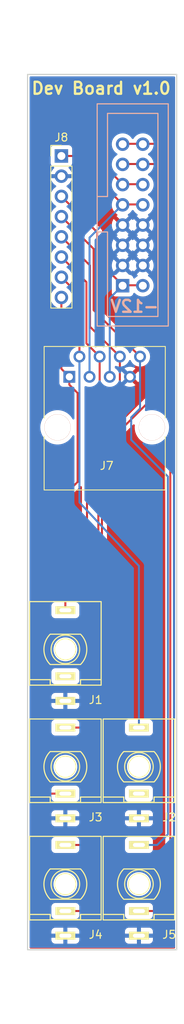
<source format=kicad_pcb>
(kicad_pcb (version 20221018) (generator pcbnew)
  (layers (0 "F.Cu" signal) (31 "B.Cu" signal) (34 "B.Paste" user) (35 "F.Paste" user) (36 "B.SilkS" user "B.Silkscreen") (37 "F.SilkS" user "F.Silkscreen") (38 "B.Mask" user) (39 "F.Mask" user) (44 "Edge.Cuts" user))
  (net 0 "")
  (net 1 "Jack1")
  (net 2 "Net-(J1-Pad2)")
  (net 3 "GND")
  (net 4 "Net-(J2-Pad2)")
  (net 5 "Jack2")
  (net 6 "Jack3")
  (net 7 "+5V")
  (net 8 "CV")
  (net 9 "Jack4")
  (net 10 "Jack5")
  (net 11 "Gate")
  (net 12 "-12V")
  (net 13 "+12V")
  (footprint "PlayDice:THONKICONN_hole" (layer "F.Cu") (at 64.75 146.25)
    (fp_text reference "J2" (at 3.81 6.35) (layer "F.SilkS"))
    (fp_text value "AudioJack2_Ground_Switch" hide)
    (fp_line (start -4.5 -6) (end -4.5 4.5) (stroke (width 0.15)) (layer "F.SilkS"))
    (fp_line (start -4.5 -6) (end 4.5 -6) (stroke (width 0.15)) (layer "F.SilkS"))
    (fp_line (start -4.5 4.5) (end 4.5 4.5) (stroke (width 0.15)) (layer "F.SilkS"))
    (fp_line (start -4.445 3.81) (end -1.905 3.81) (stroke (width 0.15)) (layer "F.SilkS"))
    (fp_line (start -1.905 -1.905) (end 1.905 -1.905) (stroke (width 0.15)) (layer "F.SilkS"))
    (fp_line (start -1.905 3.81) (end -1.905 4.445) (stroke (width 0.15)) (layer "F.SilkS"))
    (fp_line (start -1.905 4.445) (end 1.905 4.445) (stroke (width 0.15)) (layer "F.SilkS"))
    (fp_line (start 1.905 1.905) (end -1.905 1.905) (stroke (width 0.15)) (layer "F.SilkS"))
    (fp_line (start 1.905 3.81) (end 4.445 3.81) (stroke (width 0.15)) (layer "F.SilkS"))
    (fp_line (start 1.905 4.445) (end 1.905 3.81) (stroke (width 0.15)) (layer "F.SilkS"))
    (fp_line (start 4.5 -6) (end 4.5 4.5) (stroke (width 0.15)) (layer "F.SilkS"))
    (fp_arc (start -1.905 1.905) (mid -2.694077 0) (end -1.905 -1.905) (stroke (width 0.15)) (layer "F.SilkS"))
    (fp_arc (start 1.905 -1.905) (mid 2.694077 0) (end 1.905 1.905) (stroke (width 0.15)) (layer "F.SilkS"))
    (fp_circle (center 0 0) (end 1.27 1.27) (stroke (width 0.15)) (fill none) (layer "F.SilkS"))
    (fp_circle (center 0 0) (end 1.3 0) (stroke (width 0.15)) (fill none) (layer "F.SilkS"))
    (pad "" np_thru_hole circle (at 0 0) (size 2.5 2.5) (drill 2.5) (layers "*.Cu" "*.Mask"))
    (pad "1" thru_hole rect (at 0 6.48) (size 2.5 1) (drill oval 1.5 0.5) (layers "*.Cu" "*.Mask" "F.SilkS") (net 3 "GND"))
    (pad "2" thru_hole rect (at 0 3.38) (size 2.5 1) (drill oval 1.5 0.5) (layers "*.Cu" "*.Mask" "F.SilkS") (net 4 "Net-(J2-Pad2)"))
    (pad "3" thru_hole rect (at 0 -4.92) (size 2.5 1) (drill oval 1.5 0.5) (layers "*.Cu" "*.Mask" "F.SilkS") (net 5 "Jack2"))
  )
  (footprint "PlayDice:THONKICONN_hole" (layer "F.Cu") (at 55.5 146.25)
    (fp_text reference "J3" (at 3.81 6.35) (layer "F.SilkS"))
    (fp_text value "AudioJack2_Ground_Switch" hide)
    (fp_line (start -4.5 -6) (end -4.5 4.5) (stroke (width 0.15)) (layer "F.SilkS"))
    (fp_line (start -4.5 -6) (end 4.5 -6) (stroke (width 0.15)) (layer "F.SilkS"))
    (fp_line (start -4.5 4.5) (end 4.5 4.5) (stroke (width 0.15)) (layer "F.SilkS"))
    (fp_line (start -4.445 3.81) (end -1.905 3.81) (stroke (width 0.15)) (layer "F.SilkS"))
    (fp_line (start -1.905 -1.905) (end 1.905 -1.905) (stroke (width 0.15)) (layer "F.SilkS"))
    (fp_line (start -1.905 3.81) (end -1.905 4.445) (stroke (width 0.15)) (layer "F.SilkS"))
    (fp_line (start -1.905 4.445) (end 1.905 4.445) (stroke (width 0.15)) (layer "F.SilkS"))
    (fp_line (start 1.905 1.905) (end -1.905 1.905) (stroke (width 0.15)) (layer "F.SilkS"))
    (fp_line (start 1.905 3.81) (end 4.445 3.81) (stroke (width 0.15)) (layer "F.SilkS"))
    (fp_line (start 1.905 4.445) (end 1.905 3.81) (stroke (width 0.15)) (layer "F.SilkS"))
    (fp_line (start 4.5 -6) (end 4.5 4.5) (stroke (width 0.15)) (layer "F.SilkS"))
    (fp_arc (start -1.905 1.905) (mid -2.694077 0) (end -1.905 -1.905) (stroke (width 0.15)) (layer "F.SilkS"))
    (fp_arc (start 1.905 -1.905) (mid 2.694077 0) (end 1.905 1.905) (stroke (width 0.15)) (layer "F.SilkS"))
    (fp_circle (center 0 0) (end 1.27 1.27) (stroke (width 0.15)) (fill none) (layer "F.SilkS"))
    (fp_circle (center 0 0) (end 1.3 0) (stroke (width 0.15)) (fill none) (layer "F.SilkS"))
    (pad "" np_thru_hole circle (at 0 0) (size 2.5 2.5) (drill 2.5) (layers "*.Cu" "*.Mask"))
    (pad "1" thru_hole rect (at 0 6.48) (size 2.5 1) (drill oval 1.5 0.5) (layers "*.Cu" "*.Mask" "F.SilkS") (net 3 "GND"))
    (pad "2" thru_hole rect (at 0 3.38) (size 2.5 1) (drill oval 1.5 0.5) (layers "*.Cu" "*.Mask" "F.SilkS") (net 7 "+5V"))
    (pad "3" thru_hole rect (at 0 -4.92) (size 2.5 1) (drill oval 1.5 0.5) (layers "*.Cu" "*.Mask" "F.SilkS") (net 6 "Jack3"))
  )
  (footprint "PlayDice:THONKICONN_hole" (layer "F.Cu") (at 55.5 161)
    (fp_text reference "J4" (at 3.81 6.35) (layer "F.SilkS"))
    (fp_text value "AudioJack2_Ground_Switch" hide)
    (fp_line (start -4.5 -6) (end -4.5 4.5) (stroke (width 0.15)) (layer "F.SilkS"))
    (fp_line (start -4.5 -6) (end 4.5 -6) (stroke (width 0.15)) (layer "F.SilkS"))
    (fp_line (start -4.5 4.5) (end 4.5 4.5) (stroke (width 0.15)) (layer "F.SilkS"))
    (fp_line (start -4.445 3.81) (end -1.905 3.81) (stroke (width 0.15)) (layer "F.SilkS"))
    (fp_line (start -1.905 -1.905) (end 1.905 -1.905) (stroke (width 0.15)) (layer "F.SilkS"))
    (fp_line (start -1.905 3.81) (end -1.905 4.445) (stroke (width 0.15)) (layer "F.SilkS"))
    (fp_line (start -1.905 4.445) (end 1.905 4.445) (stroke (width 0.15)) (layer "F.SilkS"))
    (fp_line (start 1.905 1.905) (end -1.905 1.905) (stroke (width 0.15)) (layer "F.SilkS"))
    (fp_line (start 1.905 3.81) (end 4.445 3.81) (stroke (width 0.15)) (layer "F.SilkS"))
    (fp_line (start 1.905 4.445) (end 1.905 3.81) (stroke (width 0.15)) (layer "F.SilkS"))
    (fp_line (start 4.5 -6) (end 4.5 4.5) (stroke (width 0.15)) (layer "F.SilkS"))
    (fp_arc (start -1.905 1.905) (mid -2.694077 0) (end -1.905 -1.905) (stroke (width 0.15)) (layer "F.SilkS"))
    (fp_arc (start 1.905 -1.905) (mid 2.694077 0) (end 1.905 1.905) (stroke (width 0.15)) (layer "F.SilkS"))
    (fp_circle (center 0 0) (end 1.27 1.27) (stroke (width 0.15)) (fill none) (layer "F.SilkS"))
    (fp_circle (center 0 0) (end 1.3 0) (stroke (width 0.15)) (fill none) (layer "F.SilkS"))
    (pad "" np_thru_hole circle (at 0 0) (size 2.5 2.5) (drill 2.5) (layers "*.Cu" "*.Mask"))
    (pad "1" thru_hole rect (at 0 6.48) (size 2.5 1) (drill oval 1.5 0.5) (layers "*.Cu" "*.Mask" "F.SilkS") (net 3 "GND"))
    (pad "2" thru_hole rect (at 0 3.38) (size 2.5 1) (drill oval 1.5 0.5) (layers "*.Cu" "*.Mask" "F.SilkS") (net 8 "CV"))
    (pad "3" thru_hole rect (at 0 -4.92) (size 2.5 1) (drill oval 1.5 0.5) (layers "*.Cu" "*.Mask" "F.SilkS") (net 9 "Jack4"))
  )
  (footprint "PlayDice:THONKICONN_hole" (layer "F.Cu") (at 64.75 161)
    (fp_text reference "J5" (at 3.81 6.35) (layer "F.SilkS"))
    (fp_text value "AudioJack2_Ground_Switch" hide)
    (fp_line (start -4.5 -6) (end -4.5 4.5) (stroke (width 0.15)) (layer "F.SilkS"))
    (fp_line (start -4.5 -6) (end 4.5 -6) (stroke (width 0.15)) (layer "F.SilkS"))
    (fp_line (start -4.5 4.5) (end 4.5 4.5) (stroke (width 0.15)) (layer "F.SilkS"))
    (fp_line (start -4.445 3.81) (end -1.905 3.81) (stroke (width 0.15)) (layer "F.SilkS"))
    (fp_line (start -1.905 -1.905) (end 1.905 -1.905) (stroke (width 0.15)) (layer "F.SilkS"))
    (fp_line (start -1.905 3.81) (end -1.905 4.445) (stroke (width 0.15)) (layer "F.SilkS"))
    (fp_line (start -1.905 4.445) (end 1.905 4.445) (stroke (width 0.15)) (layer "F.SilkS"))
    (fp_line (start 1.905 1.905) (end -1.905 1.905) (stroke (width 0.15)) (layer "F.SilkS"))
    (fp_line (start 1.905 3.81) (end 4.445 3.81) (stroke (width 0.15)) (layer "F.SilkS"))
    (fp_line (start 1.905 4.445) (end 1.905 3.81) (stroke (width 0.15)) (layer "F.SilkS"))
    (fp_line (start 4.5 -6) (end 4.5 4.5) (stroke (width 0.15)) (layer "F.SilkS"))
    (fp_arc (start -1.905 1.905) (mid -2.694077 0) (end -1.905 -1.905) (stroke (width 0.15)) (layer "F.SilkS"))
    (fp_arc (start 1.905 -1.905) (mid 2.694077 0) (end 1.905 1.905) (stroke (width 0.15)) (layer "F.SilkS"))
    (fp_circle (center 0 0) (end 1.27 1.27) (stroke (width 0.15)) (fill none) (layer "F.SilkS"))
    (fp_circle (center 0 0) (end 1.3 0) (stroke (width 0.15)) (fill none) (layer "F.SilkS"))
    (pad "" np_thru_hole circle (at 0 0) (size 2.5 2.5) (drill 2.5) (layers "*.Cu" "*.Mask"))
    (pad "1" thru_hole rect (at 0 6.48) (size 2.5 1) (drill oval 1.5 0.5) (layers "*.Cu" "*.Mask" "F.SilkS") (net 3 "GND"))
    (pad "2" thru_hole rect (at 0 3.38) (size 2.5 1) (drill oval 1.5 0.5) (layers "*.Cu" "*.Mask" "F.SilkS") (net 11 "Gate"))
    (pad "3" thru_hole rect (at 0 -4.92) (size 2.5 1) (drill oval 1.5 0.5) (layers "*.Cu" "*.Mask" "F.SilkS") (net 10 "Jack5"))
  )
  (footprint "Connectors:RJ45_8" (layer "F.Cu") (at 56 97.25)
    (fp_text reference "J7" (at 4.7 11.18) (layer "F.SilkS"))
    (fp_text value "RJ45")
    (fp_line (start -3.17 -3.81) (end -3.17 5.19) (stroke (width 0.12)) (layer "F.SilkS"))
    (fp_line (start -3.17 7.51) (end -3.17 14.22) (stroke (width 0.12)) (layer "F.SilkS"))
    (fp_line (start -3.17 14.22) (end 12.07 14.22) (stroke (width 0.12)) (layer "F.SilkS"))
    (fp_line (start 12.06 7.52) (end 12.07 14.22) (stroke (width 0.12)) (layer "F.SilkS"))
    (fp_line (start 12.07 -3.81) (end -3.17 -3.81) (stroke (width 0.12)) (layer "F.SilkS"))
    (fp_line (start 12.07 -3.81) (end 12.06 5.18) (stroke (width 0.12)) (layer "F.SilkS"))
    (pad "" np_thru_hole circle (at -1.49 6.35) (size 3.3 3.3) (drill 3.25) (layers "*.Cu" "*.SilkS" "*.Mask"))
    (pad "" np_thru_hole circle (at 10.38 6.35) (size 3.3 3.3) (drill 3.25) (layers "*.Cu" "*.SilkS" "*.Mask"))
    (pad "1" thru_hole rect (at 0 0) (size 1.5 1.5) (drill 0.9) (layers "*.Cu" "*.Mask") (net 1 "Jack1"))
    (pad "2" thru_hole circle (at 1.27 -2.54) (size 1.5 1.5) (drill 0.9) (layers "*.Cu" "*.Mask") (net 5 "Jack2"))
    (pad "3" thru_hole circle (at 2.54 0) (size 1.5 1.5) (drill 0.9) (layers "*.Cu" "*.Mask") (net 13 "+12V"))
    (pad "4" thru_hole circle (at 3.81 -2.54) (size 1.5 1.5) (drill 0.9) (layers "*.Cu" "*.Mask") (net 6 "Jack3"))
    (pad "5" thru_hole circle (at 5.08 0) (size 1.5 1.5) (drill 0.9) (layers "*.Cu" "*.Mask") (net 12 "-12V"))
    (pad "6" thru_hole circle (at 6.35 -2.54) (size 1.5 1.5) (drill 0.9) (layers "*.Cu" "*.Mask") (net 9 "Jack4"))
    (pad "7" thru_hole circle (at 7.62 0) (size 1.5 1.5) (drill 0.9) (layers "*.Cu" "*.Mask") (net 3 "GND"))
    (pad "8" thru_hole circle (at 8.89 -2.54) (size 1.5 1.5) (drill 0.9) (layers "*.Cu" "*.Mask") (net 10 "Jack5"))
  )
  (footprint "Pin_Headers:Pin_Header_Straight_1x08_Pitch2.54mm" (layer "F.Cu") (at 55 69.5)
    (fp_text reference "J8" (at 0 -2.33) (layer "F.SilkS"))
    (fp_text value "Conn_01x08_Female")
    (fp_line (start -1.33 -1.33) (end 0 -1.33) (stroke (width 0.12)) (layer "F.SilkS"))
    (fp_line (start -1.33 0) (end -1.33 -1.33) (stroke (width 0.12)) (layer "F.SilkS"))
    (fp_line (start -1.33 1.27) (end -1.33 19.11) (stroke (width 0.12)) (layer "F.SilkS"))
    (fp_line (start -1.33 1.27) (end 1.33 1.27) (stroke (width 0.12)) (layer "F.SilkS"))
    (fp_line (start -1.33 19.11) (end 1.33 19.11) (stroke (width 0.12)) (layer "F.SilkS"))
    (fp_line (start 1.33 1.27) (end 1.33 19.11) (stroke (width 0.12)) (layer "F.SilkS"))
    (pad "1" thru_hole rect (at 0 0) (size 1.7 1.7) (drill 1) (layers "*.Cu" "*.Mask") (net 13 "+12V"))
    (pad "2" thru_hole oval (at 0 2.54) (size 1.7 1.7) (drill 1) (layers "*.Cu" "*.Mask") (net 3 "GND"))
    (pad "3" thru_hole oval (at 0 5.08) (size 1.7 1.7) (drill 1) (layers "*.Cu" "*.Mask") (net 12 "-12V"))
    (pad "4" thru_hole oval (at 0 7.62) (size 1.7 1.7) (drill 1) (layers "*.Cu" "*.Mask") (net 10 "Jack5"))
    (pad "5" thru_hole oval (at 0 10.16) (size 1.7 1.7) (drill 1) (layers "*.Cu" "*.Mask") (net 9 "Jack4"))
    (pad "6" thru_hole oval (at 0 12.7) (size 1.7 1.7) (drill 1) (layers "*.Cu" "*.Mask") (net 6 "Jack3"))
    (pad "7" thru_hole oval (at 0 15.24) (size 1.7 1.7) (drill 1) (layers "*.Cu" "*.Mask") (net 5 "Jack2"))
    (pad "8" thru_hole oval (at 0 17.78) (size 1.7 1.7) (drill 1) (layers "*.Cu" "*.Mask") (net 1 "Jack1"))
  )
  (footprint "PlayDice:THONKICONN_hole" (layer "F.Cu") (at 55.5 131.5)
    (fp_text reference "J1" (at 3.81 6.35) (layer "F.SilkS"))
    (fp_text value "AudioJack2_Ground_Switch" hide)
    (fp_line (start -4.5 -6) (end -4.5 4.5) (stroke (width 0.15)) (layer "F.SilkS"))
    (fp_line (start -4.5 -6) (end 4.5 -6) (stroke (width 0.15)) (layer "F.SilkS"))
    (fp_line (start -4.5 4.5) (end 4.5 4.5) (stroke (width 0.15)) (layer "F.SilkS"))
    (fp_line (start -4.445 3.81) (end -1.905 3.81) (stroke (width 0.15)) (layer "F.SilkS"))
    (fp_line (start -1.905 -1.905) (end 1.905 -1.905) (stroke (width 0.15)) (layer "F.SilkS"))
    (fp_line (start -1.905 3.81) (end -1.905 4.445) (stroke (width 0.15)) (layer "F.SilkS"))
    (fp_line (start -1.905 4.445) (end 1.905 4.445) (stroke (width 0.15)) (layer "F.SilkS"))
    (fp_line (start 1.905 1.905) (end -1.905 1.905) (stroke (width 0.15)) (layer "F.SilkS"))
    (fp_line (start 1.905 3.81) (end 4.445 3.81) (stroke (width 0.15)) (layer "F.SilkS"))
    (fp_line (start 1.905 4.445) (end 1.905 3.81) (stroke (width 0.15)) (layer "F.SilkS"))
    (fp_line (start 4.5 -6) (end 4.5 4.5) (stroke (width 0.15)) (layer "F.SilkS"))
    (fp_arc (start -1.905 1.905) (mid -2.694077 0) (end -1.905 -1.905) (stroke (width 0.15)) (layer "F.SilkS"))
    (fp_arc (start 1.905 -1.905) (mid 2.694077 0) (end 1.905 1.905) (stroke (width 0.15)) (layer "F.SilkS"))
    (fp_circle (center 0 0) (end 1.27 1.27) (stroke (width 0.15)) (fill none) (layer "F.SilkS"))
    (fp_circle (center 0 0) (end 1.3 0) (stroke (width 0.15)) (fill none) (layer "F.SilkS"))
    (pad "" np_thru_hole circle (at 0 0) (size 2.5 2.5) (drill 2.5) (layers "*.Cu" "*.Mask"))
    (pad "1" thru_hole rect (at 0 6.48) (size 2.5 1) (drill oval 1.5 0.5) (layers "*.Cu" "*.Mask" "F.SilkS") (net 3 "GND"))
    (pad "2" thru_hole rect (at 0 3.38) (size 2.5 1) (drill oval 1.5 0.5) (layers "*.Cu" "*.Mask" "F.SilkS") (net 2 "Net-(J1-Pad2)"))
    (pad "3" thru_hole rect (at 0 -4.92) (size 2.5 1) (drill oval 1.5 0.5) (layers "*.Cu" "*.Mask" "F.SilkS") (net 1 "Jack1"))
  )
  (footprint "PlayDice:Eurorack_16_pin_header" (layer "B.Cu") (at 62.7 85.8 90)
    (fp_text reference "J6" hide)
    (fp_text value "Eurorack_16_pin_power" hide)
    (fp_line (start -5.07 -3.2) (end -5.07 5.74) (stroke (width 0.15)) (layer "B.SilkS"))
    (fp_line (start -5.07 5.74) (end 22.85 5.74) (stroke (width 0.15)) (layer "B.SilkS"))
    (fp_line (start -3.87 -1.9) (end -3.87 4.44) (stroke (width 0.15)) (layer "B.SilkS"))
    (fp_line (start -3.87 4.44) (end 21.65 4.44) (stroke (width 0.15)) (layer "B.SilkS"))
    (fp_line (start 6.7 -1.9) (end -3.87 -1.9) (stroke (width 0.15)) (layer "B.SilkS"))
    (fp_line (start 6.755 -3.2) (end 6.755 -1.9) (stroke (width 0.15)) (layer "B.SilkS"))
    (fp_line (start 11.205 -1.9) (end 11.205 -3.2) (stroke (width 0.15)) (layer "B.SilkS"))
    (fp_line (start 21.65 -1.9) (end 11.2 -1.9) (stroke (width 0.15)) (layer "B.SilkS"))
    (fp_line (start 21.65 4.44) (end 21.65 -1.9) (stroke (width 0.15)) (layer "B.SilkS"))
    (fp_line (start 22.85 -3.2) (end -5.07 -3.2) (stroke (width 0.15)) (layer "B.SilkS"))
    (fp_line (start 22.85 5.74) (end 22.85 -3.2) (stroke (width 0.15)) (layer "B.SilkS"))
    (pad "1" thru_hole rect (at 0 0 90) (size 1.7 1.7) (drill 1) (layers "*.Cu" "*.Mask") (net 12 "-12V"))
    (pad "2" thru_hole circle (at 0 2.54 90) (size 1.7 1.7) (drill 1) (layers "*.Cu" "*.Mask") (net 12 "-12V"))
    (pad "3" thru_hole circle (at 2.54 0 90) (size 1.7 1.7) (drill 1) (layers "*.Cu" "*.Mask") (net 3 "GND"))
    (pad "4" thru_hole circle (at 2.54 2.54 90) (size 1.7 1.7) (drill 1) (layers "*.Cu" "*.Mask") (net 3 "GND"))
    (pad "5" thru_hole circle (at 5.08 0 90) (size 1.7 1.7) (drill 1) (layers "*.Cu" "*.Mask") (net 3 "GND"))
    (pad "6" thru_hole circle (at 5.08 2.54 90) (size 1.7 1.7) (drill 1) (layers "*.Cu" "*.Mask") (net 3 "GND"))
    (pad "7" thru_hole circle (at 7.62 0 90) (size 1.7 1.7) (drill 1) (layers "*.Cu" "*.Mask") (net 3 "GND"))
    (pad "8" thru_hole circle (at 7.62 2.54 90) (size 1.7 1.7) (drill 1) (layers "*.Cu" "*.Mask") (net 3 "GND"))
    (pad "9" thru_hole circle (at 10.16 0 90) (size 1.7 1.7) (drill 1) (layers "*.Cu" "*.Mask") (net 13 "+12V"))
    (pad "10" thru_hole circle (at 10.16 2.54 90) (size 1.7 1.7) (drill 1) (layers "*.Cu" "*.Mask") (net 13 "+12V"))
    (pad "11" thru_hole circle (at 12.7 0 90) (size 1.7 1.7) (drill 1) (layers "*.Cu" "*.Mask") (net 7 "+5V"))
    (pad "12" thru_hole circle (at 12.7 2.54 90) (size 1.7 1.7) (drill 1) (layers "*.Cu" "*.Mask") (net 7 "+5V"))
    (pad "13" thru_hole circle (at 15.24 0 90) (size 1.7 1.7) (drill 1) (layers "*.Cu" "*.Mask") (net 8 "CV"))
    (pad "14" thru_hole circle (at 15.24 2.54 90) (size 1.7 1.7) (drill 1) (layers "*.Cu" "*.Mask") (net 8 "CV"))
    (pad "15" thru_hole circle (at 17.78 0 90) (size 1.7 1.7) (drill 1) (layers "*.Cu" "*.Mask") (net 11 "Gate"))
    (pad "16" thru_hole circle (at 17.78 2.54 90) (size 1.7 1.7) (drill 1) (layers "*.Cu" "*.Mask") (net 11 "Gate"))
  )
  (gr_line (start 50.75 59.25) (end 69.5 59.25) (stroke (width 0.15)) (layer "Edge.Cuts"))
  (gr_line (start 69.5 59.25) (end 69.5 169.25) (stroke (width 0.15)) (layer "Edge.Cuts"))
  (gr_line (start 50.75 169.25) (end 50.75 59.25) (stroke (width 0.15)) (layer "Edge.Cuts"))
  (gr_line (start 69.5 169.25) (end 50.75 169.25) (stroke (width 0.15)) (layer "Edge.Cuts"))
  (gr_text "-12V" (at 64.2 88.4) (layer "B.SilkS") (effects (font (size 1.5 1.5) (thickness 0.3)) (justify mirror)))
  (gr_text "Dev Board v1.0" (at 60 61) (layer "F.SilkS") (effects (font (size 1.5 1.5) (thickness 0.3))))
  (segment (start 55 96.25) (end 56 97.25) (width 0.25) (layer "F.Cu") (net 1))
  (segment (start 56 97.25) (end 56 98.25) (width 0.25) (layer "F.Cu") (net 1))
  (segment (start 57.04 110.46) (end 55.5 112) (width 0.25) (layer "F.Cu") (net 1))
  (segment (start 55 87.28) (end 55 96.25) (width 0.25) (layer "F.Cu") (net 1))
  (segment (start 56 98.25) (end 57.04 99.29) (width 0.25) (layer "F.Cu") (net 1))
  (segment (start 57.04 99.29) (end 57.04 110.46) (width 0.25) (layer "F.Cu") (net 1))
  (segment (start 55.5 112) (end 55.5 126.58) (width 0.25) (layer "F.Cu") (net 1))
  (segment (start 55 84.74) (end 57.27 87.01) (width 0.25) (layer "F.Cu") (net 5))
  (segment (start 57.27 87.01) (end 57.27 94.71) (width 0.25) (layer "F.Cu") (net 5))
  (segment (start 57.27 94.71) (end 57.27 113.03) (width 0.25) (layer "B.Cu") (net 5))
  (segment (start 64.75 121.03) (end 64.75 141.33) (width 0.25) (layer "B.Cu") (net 5))
  (segment (start 57.27 113.03) (end 64.76 121.03) (width 0.25) (layer "B.Cu") (net 5))
  (segment (start 58 141.33) (end 55.5 141.33) (width 0.25) (layer "F.Cu") (net 6))
  (segment (start 59.81 99.84) (end 58.22 101.43) (width 0.25) (layer "F.Cu") (net 6))
  (segment (start 58.14997 85.34997) (end 58.14997 93.04997) (width 0.25) (layer "F.Cu") (net 6))
  (segment (start 55 82.2) (end 58.14997 85.34997) (width 0.25) (layer "F.Cu") (net 6))
  (segment (start 58.22 101.43) (end 58.22 141.11) (width 0.25) (layer "F.Cu") (net 6))
  (segment (start 59.81 94.71) (end 59.81 99.84) (width 0.25) (layer "F.Cu") (net 6))
  (segment (start 58.14997 93.04997) (end 59.81 94.71) (width 0.25) (layer "F.Cu") (net 6))
  (segment (start 58.22 141.11) (end 58 141.33) (width 0.25) (layer "F.Cu") (net 6))
  (segment (start 56.31 66.65) (end 51.75 66.65) (width 0.25) (layer "F.Cu") (net 7))
  (segment (start 51.75 66.65) (end 51.51 66.89) (width 0.25) (layer "F.Cu") (net 7))
  (segment (start 62.71 73.05) (end 56.31 66.65) (width 0.25) (layer "F.Cu") (net 7))
  (segment (start 51.51 148.34) (end 52.8 149.63) (width 0.25) (layer "F.Cu") (net 7))
  (segment (start 52.8 149.63) (end 55.5 149.63) (width 0.25) (layer "F.Cu") (net 7))
  (segment (start 51.51 66.89) (end 51.51 148.34) (width 0.25) (layer "F.Cu") (net 7))
  (segment (start 62.71 73.05) (end 65.25 73.05) (width 0.25) (layer "F.Cu") (net 7))
  (segment (start 67.46 70.51) (end 68.03 71.08) (width 0.25) (layer "F.Cu") (net 8))
  (segment (start 68.03 71.08) (end 68.03 98.35) (width 0.25) (layer "F.Cu") (net 8))
  (segment (start 60.1 106.28) (end 60.1 163.23) (width 0.25) (layer "F.Cu") (net 8))
  (segment (start 68.03 98.35) (end 60.1 106.28) (width 0.25) (layer "F.Cu") (net 8))
  (segment (start 65.25 70.51) (end 67.46 70.51) (width 0.25) (layer "F.Cu") (net 8))
  (segment (start 60.1 163.23) (end 58.95 164.38) (width 0.25) (layer "F.Cu") (net 8))
  (segment (start 58.95 164.38) (end 55.5 164.38) (width 0.25) (layer "F.Cu") (net 8))
  (segment (start 62.71 70.51) (end 65.25 70.51) (width 0.25) (layer "F.Cu") (net 8))
  (segment (start 62.35 101.05) (end 59.64999 103.75001) (width 0.25) (layer "F.Cu") (net 9))
  (segment (start 59.64999 103.75001) (end 59.64999 153.90001) (width 0.25) (layer "F.Cu") (net 9))
  (segment (start 59.64999 153.90001) (end 57.47 156.08) (width 0.25) (layer "F.Cu") (net 9))
  (segment (start 62.35 94.71) (end 62.35 101.05) (width 0.25) (layer "F.Cu") (net 9))
  (segment (start 57.47 156.08) (end 55.5 156.08) (width 0.25) (layer "F.Cu") (net 9))
  (segment (start 58.59998 83.25998) (end 58.59998 90.95998) (width 0.25) (layer "F.Cu") (net 9))
  (segment (start 55 79.66) (end 58.59998 83.25998) (width 0.25) (layer "F.Cu") (net 9))
  (segment (start 58.59998 90.95998) (end 62.35 94.71) (width 0.25) (layer "F.Cu") (net 9))
  (segment (start 55 77.12) (end 59.04999 81.16999) (width 0.25) (layer "F.Cu") (net 10))
  (segment (start 59.04999 81.16999) (end 59.04999 88.86999) (width 0.25) (layer "F.Cu") (net 10))
  (segment (start 59.04999 88.86999) (end 64.89 94.71) (width 0.25) (layer "F.Cu") (net 10))
  (segment (start 68.39 109.78) (end 68.39 154.74) (width 0.25) (layer "B.Cu") (net 10))
  (segment (start 64.89 101.24) (end 63.78 102.35) (width 0.25) (layer "B.Cu") (net 10))
  (segment (start 64.89 94.71) (end 64.89 101.24) (width 0.25) (layer "B.Cu") (net 10))
  (segment (start 68.39 154.74) (end 67.05 156.08) (width 0.25) (layer "B.Cu") (net 10))
  (segment (start 63.78 102.35) (end 63.78 105.17) (width 0.25) (layer "B.Cu") (net 10))
  (segment (start 63.78 105.17) (end 68.39 109.78) (width 0.25) (layer "B.Cu") (net 10))
  (segment (start 67.05 156.08) (end 64.75 156.08) (width 0.25) (layer "B.Cu") (net 10))
  (segment (start 67.97 164.38) (end 64.75 164.38) (width 0.25) (layer "F.Cu") (net 11))
  (segment (start 68.72 68.82) (end 68.7 101.7) (width 0.25) (layer "F.Cu") (net 11))
  (segment (start 67.87 67.97) (end 68.72 68.82) (width 0.25) (layer "F.Cu") (net 11))
  (segment (start 68.7 101.7) (end 68.7 163.65) (width 0.25) (layer "F.Cu") (net 11))
  (segment (start 65.25 67.97) (end 67.87 67.97) (width 0.25) (layer "F.Cu") (net 11))
  (segment (start 62.71 67.97) (end 65.25 67.97) (width 0.25) (layer "F.Cu") (net 11))
  (segment (start 68.7 163.65) (end 67.97 164.38) (width 0.25) (layer "F.Cu") (net 11))
  (segment (start 55 74.58) (end 59.5 79.08) (width 0.25) (layer "F.Cu") (net 12))
  (segment (start 62.71 85.75) (end 65.25 85.75) (width 0.25) (layer "F.Cu") (net 12))
  (segment (start 59.5 79.08) (end 59.5 82.54) (width 0.25) (layer "F.Cu") (net 12))
  (segment (start 59.5 82.54) (end 62.71 85.75) (width 0.25) (layer "F.Cu") (net 12))
  (segment (start 62.71 85.75) (end 61.08 87.38) (width 0.25) (layer "B.Cu") (net 12))
  (segment (start 61.08 87.38) (end 61.08 97.25) (width 0.25) (layer "B.Cu") (net 12))
  (segment (start 55 69.5) (end 56.62 69.5) (width 0.25) (layer "F.Cu") (net 13))
  (segment (start 62.71 75.59) (end 65.25 75.59) (width 0.25) (layer "F.Cu") (net 13))
  (segment (start 56.62 69.5) (end 62.71 75.59) (width 0.25) (layer "F.Cu") (net 13))
  (segment (start 58.54 79.76) (end 58.54 97.25) (width 0.25) (layer "B.Cu") (net 13))
  (segment (start 62.71 75.59) (end 58.54 79.76) (width 0.25) (layer "B.Cu") (net 13))
  (zone (net 3) (net_name "GND") (layer "F.Cu") (connect_pads (clearance 0.508)) (min_thickness 0.254) (fill yes (thermal_gap 0.508) (thermal_bridge_width 0.508))
    (polygon (pts (xy 51 59.5) (xy 69.3 59.5) (xy 69.3 169.1) (xy 51 169.1)))
  )
  (zone (net 3) (net_name "GND") (layer "B.Cu") (connect_pads (clearance 0.508)) (min_thickness 0.254) (fill yes (thermal_gap 0.508) (thermal_bridge_width 0.508))
    (polygon (pts (xy 51 59.5) (xy 69.3 59.5) (xy 69.3 169) (xy 51 169)))
  )
)
</source>
